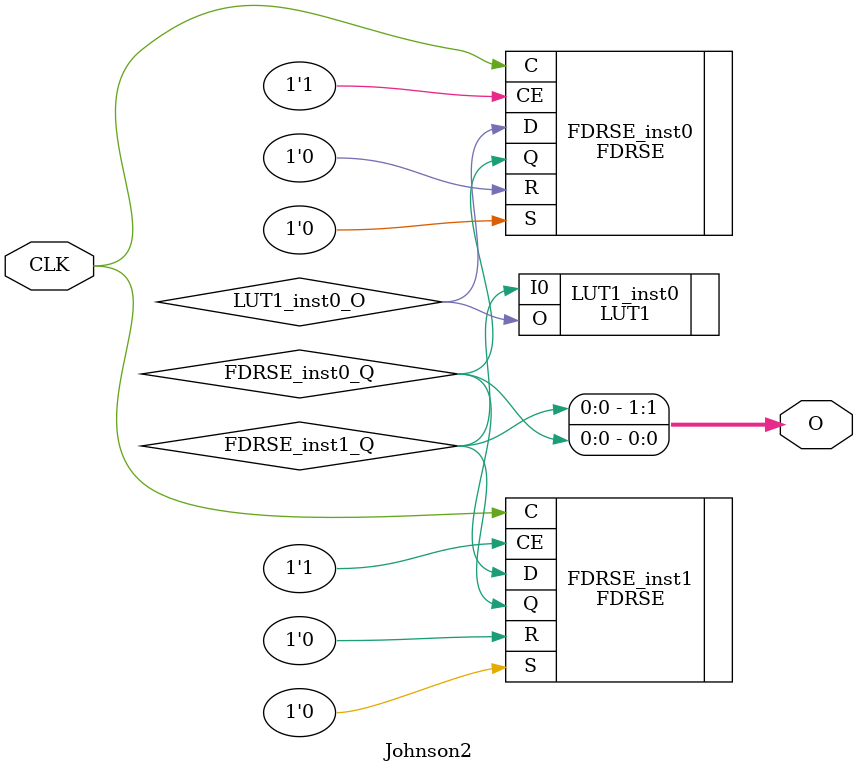
<source format=v>
module Johnson2 (output [1:0] O, input  CLK);
wire  FDRSE_inst0_Q;
wire  FDRSE_inst1_Q;
wire  LUT1_inst0_O;
FDRSE #(.INIT(1'h0)) FDRSE_inst0 (.C(CLK), .CE(1'b1), .R(1'b0), .S(1'b0), .D(LUT1_inst0_O), .Q(FDRSE_inst0_Q));
FDRSE #(.INIT(1'h0)) FDRSE_inst1 (.C(CLK), .CE(1'b1), .R(1'b0), .S(1'b0), .D(FDRSE_inst0_Q), .Q(FDRSE_inst1_Q));
LUT1 #(.INIT(2'h1)) LUT1_inst0 (.I0(FDRSE_inst1_Q), .O(LUT1_inst0_O));
assign O = {FDRSE_inst1_Q,FDRSE_inst0_Q};
endmodule


</source>
